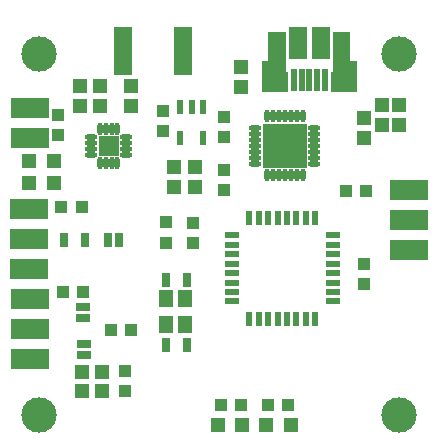
<source format=gts>
G04 DipTrace 2.3.1.0*
%INTop Solder Mask.gbr*%
%MOIN*%
%ADD21R,0.05X0.025*%
%ADD25R,0.0394X0.0433*%
%ADD26R,0.0433X0.0394*%
%ADD27R,0.0315X0.0472*%
%ADD28R,0.0472X0.0472*%
%ADD29R,0.025X0.05*%
%ADD30R,0.0217X0.0472*%
%ADD31R,0.06X0.16*%
%ADD32R,0.05X0.022*%
%ADD33R,0.022X0.05*%
%ADD47C,0.1181*%
%ADD51R,0.0236X0.0768*%
%ADD53R,0.064X0.1063*%
%ADD55R,0.1457X0.1457*%
%ADD59R,0.0669X0.0669*%
%ADD61O,0.0197X0.0413*%
%ADD63O,0.0413X0.0197*%
%ADD83R,0.0512X0.0472*%
%ADD85R,0.0472X0.0512*%
%ADD89R,0.126X0.0709*%
%FSLAX44Y44*%
G04*
G70*
G90*
G75*
G01*
%LNTopMask*%
%LPD*%
D21*
X2820Y4894D3*
Y4540D3*
D89*
X1030Y11550D3*
Y10550D3*
D25*
X1990Y10640D3*
Y11309D3*
X5480Y11420D3*
Y10751D3*
D26*
X12230Y8760D3*
X11561D3*
D25*
X5560Y7050D3*
Y7719D3*
X12160Y6340D3*
Y5671D3*
D26*
X2810Y5410D3*
X2141D3*
D25*
X7520Y10560D3*
Y11229D3*
X4210Y2110D3*
Y2779D3*
D27*
X5560Y5810D3*
X6269D3*
X6270Y3630D3*
X5561D3*
D85*
X12160Y11210D3*
Y10541D3*
X12790Y11640D3*
Y10971D3*
X13340Y11640D3*
Y10971D3*
D27*
X2890Y7140D3*
X2181D3*
D28*
X8920Y970D3*
X9747D3*
X8120D3*
X7293D3*
D83*
X3430Y2110D3*
X2761D3*
X2760Y2720D3*
X3429D3*
D28*
X1830Y9770D3*
X1003D3*
X1830Y9040D3*
X1003D3*
D29*
X4000Y7130D3*
X3646D3*
D47*
X1340Y1310D3*
Y13318D3*
X13348D3*
Y1310D3*
D21*
X2830Y3660D3*
Y3306D3*
D30*
X6800Y11570D3*
X6426D3*
X6052D3*
Y10546D3*
X6800D3*
D89*
X1020Y8160D3*
Y7160D3*
Y6160D3*
D25*
X7520Y8810D3*
Y9479D3*
D85*
X2710Y12270D3*
Y11601D3*
D26*
X8070Y1640D3*
X7401D3*
X8960Y1620D3*
X9629D3*
D25*
X6460Y7710D3*
Y7041D3*
D26*
X2090Y8240D3*
X2759D3*
X3730Y4140D3*
X4399D3*
D85*
X4410Y11610D3*
Y12279D3*
X5830Y8890D3*
Y9559D3*
X6540Y8890D3*
Y9559D3*
X8070Y12230D3*
Y12899D3*
X3360Y11590D3*
Y12259D3*
D89*
X1040Y3170D3*
Y4170D3*
Y5170D3*
D31*
X6150Y13430D3*
X4150D3*
D89*
X13660Y6790D3*
Y7790D3*
Y8790D3*
D32*
X7760Y7290D3*
Y6975D3*
Y6660D3*
Y6345D3*
Y6030D3*
Y5715D3*
Y5400D3*
Y5085D3*
D33*
X8348Y4498D3*
X8663D3*
X8978D3*
X9293D3*
X9607D3*
X9922D3*
X10237D3*
X10552D3*
D32*
X11140Y5085D3*
Y5400D3*
Y5715D3*
Y6030D3*
Y6345D3*
Y6660D3*
Y6975D3*
Y7290D3*
D33*
X10552Y7878D3*
X10237D3*
X9922D3*
X9607D3*
X9293D3*
X8978D3*
X8663D3*
X8348D3*
D63*
X3090Y10560D3*
Y10363D3*
Y10166D3*
Y9969D3*
D61*
X3366Y9694D3*
X3562D3*
X3759D3*
X3956D3*
D63*
X4232Y9969D3*
Y10166D3*
Y10363D3*
Y10560D3*
D61*
X3956Y10836D3*
X3759D3*
X3562D3*
X3366D3*
D59*
X3661Y10265D3*
D63*
X10520Y9680D3*
Y9877D3*
Y10074D3*
Y10271D3*
Y10467D3*
Y10664D3*
Y10861D3*
D61*
X10126Y11255D3*
X9929D3*
X9733D3*
X9536D3*
X9339D3*
X9142D3*
X8945D3*
D63*
X8551Y10861D3*
Y10664D3*
Y10467D3*
Y10271D3*
Y10074D3*
Y9877D3*
Y9680D3*
D61*
X8945Y9286D3*
X9142D3*
X9339D3*
X9536D3*
X9733D3*
X9929D3*
X10126D3*
D55*
X9536Y10271D3*
G36*
X8780Y12073D2*
Y12727D1*
X9646D1*
Y12073D1*
X8780D1*
G37*
G36*
X9577Y12746D2*
X8780D1*
Y13101D1*
X8987D1*
Y14065D1*
X9577D1*
Y12746D1*
G37*
G36*
X11723Y13101D2*
X11930D1*
Y12746D1*
X11132D1*
Y14065D1*
X11723D1*
Y13101D1*
G37*
D53*
X10745Y13703D3*
X9965D3*
D51*
X10355Y12481D3*
X10099D3*
X10611D3*
X9843D3*
X10867D3*
G36*
X11930Y12727D2*
Y12073D1*
X11063D1*
Y12727D1*
X11930D1*
G37*
G36*
X5974Y5456D2*
X6446D1*
Y4904D1*
X5974D1*
Y5456D1*
G37*
G36*
X5344D2*
X5816D1*
Y4904D1*
X5344D1*
Y5456D1*
G37*
G36*
Y4589D2*
X5816D1*
Y4038D1*
X5344D1*
Y4589D1*
G37*
G36*
X5974D2*
X6446D1*
Y4038D1*
X5974D1*
Y4589D1*
G37*
M02*

</source>
